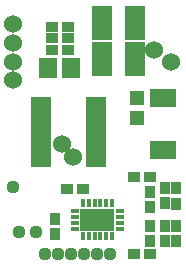
<source format=gbr>
G04 DipTrace 2.3.1.0*
%INTopMask.gbr*%
%MOIN*%
%ADD21C,0.06*%
%ADD22C,0.044*%
%ADD41R,0.1122X0.0728*%
%ADD43R,0.0315X0.0177*%
%ADD45R,0.0177X0.0315*%
%ADD47R,0.0709X0.2323*%
%ADD51R,0.0906X0.063*%
%ADD53R,0.0354X0.0433*%
%ADD55R,0.0591X0.0669*%
%ADD57R,0.0433X0.0354*%
%ADD59R,0.0472X0.0512*%
%ADD61R,0.0709X0.1142*%
%FSLAX44Y44*%
G04*
G70*
G90*
G75*
G01*
%LNTopMask*%
%LPD*%
D61*
X8355Y11897D3*
X7253D3*
X8355Y10710D3*
X7253D3*
D59*
X8418Y9397D3*
Y8728D3*
D57*
X5605Y11772D3*
X6117D3*
X5605Y11397D3*
X6117D3*
X5605Y11022D3*
X6117D3*
D55*
X5480Y10397D3*
X6228D3*
D53*
X9730Y6397D3*
Y5886D3*
Y5147D3*
Y4636D3*
D57*
X6624Y6375D3*
X6113D3*
D53*
X8855Y5147D3*
Y4636D3*
D57*
Y6772D3*
X8344D3*
D51*
X9293Y9397D3*
Y7665D3*
D47*
X5230Y8272D3*
X7081D3*
D53*
X9355Y5897D3*
Y6409D3*
Y4647D3*
Y5159D3*
X8855Y5772D3*
Y6284D3*
D57*
X8856Y4210D3*
X8344D3*
D53*
X5687Y4875D3*
Y5387D3*
D45*
X7605Y5897D3*
X7409D3*
X7212D3*
X7015D3*
X6818D3*
X6621D3*
D43*
X6365Y5641D3*
Y5445D3*
Y5248D3*
Y5051D3*
D45*
X6621Y4795D3*
X6818D3*
X7015D3*
X7212D3*
X7409D3*
X7605D3*
D43*
X7861Y5051D3*
Y5248D3*
Y5445D3*
Y5641D3*
D41*
X7113Y5346D3*
D21*
X4312Y11875D3*
Y11250D3*
Y10625D3*
Y10000D3*
X5937Y7874D3*
X6312Y7437D3*
X9000Y11000D3*
X9562Y10625D3*
D22*
X4312Y6437D3*
X4499Y4937D3*
X5062D3*
X5355Y4209D3*
X5793D3*
X6231D3*
X6668D3*
X7106D3*
X7543D3*
M02*

</source>
